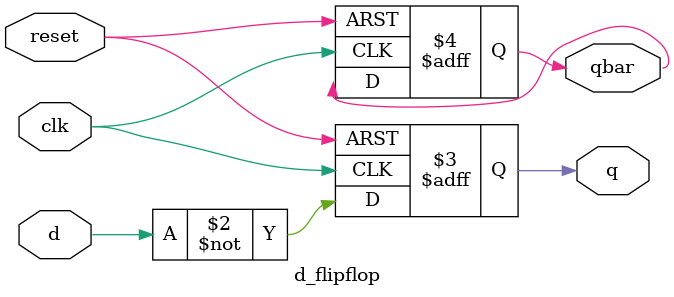
<source format=v>
module d_flipflop(input clk,reset,d,output reg q,qbar);
always@(posedge clk or posedge reset)
begin
if(reset) begin
q <=1'b0;
qbar <=1'b1;
end
else begin
q <=d;
q <=~d;
end
end
endmodule
</source>
